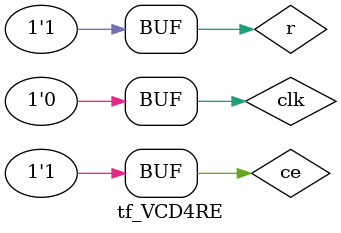
<source format=v>
`timescale 1ns / 1ps


module tf_VCD4RE;

	// Inputs
	reg clk;
	reg ce;
	reg r;

	// Outputs
	wire TC;
	wire CEO;
	wire [3:0] Q;

	// Instantiate the Unit Under Test (UUT)
	VCD4RE uut (
		.clk(clk), 
		.ce(ce), 
		.r(r), 
		.TC(TC), 
		.CEO(CEO), 
		.Q(Q)
	);

	parameter Tclk = 20;
	always begin clk = 1; #(Tclk/2); clk = 0; #(Tclk/2); end

	initial begin
		// Initialize Inputs
		clk = 0;
		ce = 1;
		r = 0;

		// Wait 100 ns for global reset to finish
		#100;		r = 1;
		#10;    r = 0;
		#1500;		r = 1;
        
		// Add stimulus here

	end
      
endmodule


</source>
